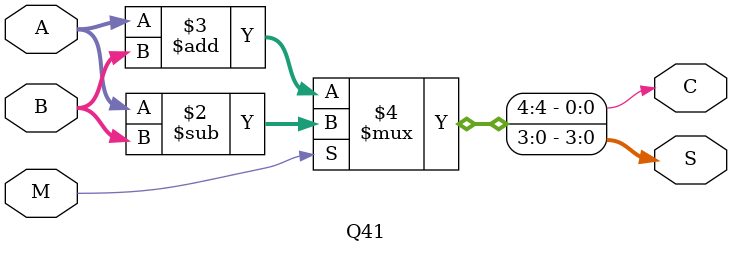
<source format=v>
module Q41 
(
    input [3:0] A,B,
    input M,
    output reg [3:0] S,
    output reg C
);
    always @(A,B,M) begin
        {C,S} = (M) ? (A - B) : (A + B);
    end
endmodule
</source>
